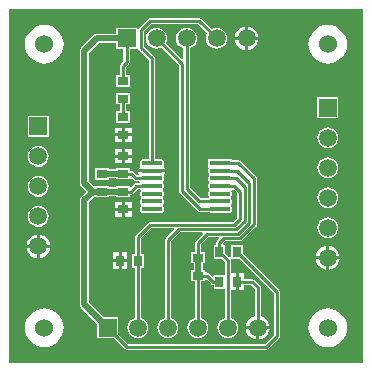
<source format=gbl>
G04*
G04 #@! TF.GenerationSoftware,Altium Limited,Altium Designer,18.0.7 (293)*
G04*
G04 Layer_Physical_Order=2*
G04 Layer_Color=16711680*
%FSLAX25Y25*%
%MOIN*%
G70*
G01*
G75*
%ADD11C,0.01000*%
%ADD15R,0.02756X0.03543*%
%ADD16R,0.03543X0.02756*%
%ADD28C,0.02000*%
%ADD29C,0.06000*%
%ADD30R,0.05906X0.05906*%
%ADD31C,0.05906*%
%ADD32R,0.05906X0.05906*%
%ADD33C,0.02400*%
%ADD34R,0.07087X0.01575*%
%ADD35O,0.07087X0.01575*%
G36*
X118110D02*
X0D01*
Y118110D01*
X118110D01*
Y0D01*
D02*
G37*
%LPC*%
G36*
X79713Y112189D02*
Y108768D01*
X83134D01*
X83064Y109300D01*
X82665Y110261D01*
X82032Y111087D01*
X81206Y111720D01*
X80244Y112119D01*
X79713Y112189D01*
D02*
G37*
G36*
X78713D02*
X78181Y112119D01*
X77219Y111720D01*
X76394Y111087D01*
X75760Y110261D01*
X75362Y109300D01*
X75292Y108768D01*
X78713D01*
Y112189D01*
D02*
G37*
G36*
X63370Y115130D02*
X47110D01*
X46720Y115052D01*
X46389Y114831D01*
X43389Y111831D01*
X43168Y111500D01*
X43165Y111486D01*
X42665Y111535D01*
Y111721D01*
X35760D01*
Y109797D01*
X29268D01*
X28682Y109681D01*
X28186Y109349D01*
X24029Y105192D01*
X23697Y104695D01*
X23581Y104110D01*
Y60110D01*
X23697Y59525D01*
X24029Y59029D01*
X25900Y57157D01*
X24115Y55373D01*
X23784Y54877D01*
X23667Y54291D01*
Y19606D01*
X23784Y19021D01*
X24115Y18525D01*
X29539Y13101D01*
Y8358D01*
X35003D01*
X38570Y4791D01*
X38901Y4570D01*
X39291Y4492D01*
X85827D01*
X86217Y4570D01*
X86548Y4791D01*
X90091Y8334D01*
X90312Y8665D01*
X90390Y9055D01*
Y23803D01*
X90312Y24193D01*
X90091Y24524D01*
X77941Y36674D01*
Y39382D01*
X74185D01*
Y35260D01*
X74185Y35260D01*
Y35260D01*
X74185Y35190D01*
X73914Y35079D01*
X73468Y35241D01*
X72035Y36674D01*
Y39382D01*
X71531D01*
X71324Y39882D01*
X72033Y40591D01*
X76974D01*
X77364Y40668D01*
X77695Y40889D01*
X82331Y45525D01*
X82552Y45856D01*
X82630Y46246D01*
Y61610D01*
X82552Y62000D01*
X82331Y62331D01*
X77209Y67453D01*
X76878Y67674D01*
X76488Y67752D01*
X74516D01*
Y68020D01*
X66429D01*
Y65445D01*
X66462D01*
X66478Y65428D01*
X66684Y64945D01*
X66504Y64676D01*
X66404Y64173D01*
X66504Y63671D01*
X66788Y63245D01*
X66864Y63194D01*
Y62593D01*
X66788Y62542D01*
X66504Y62116D01*
X66404Y61614D01*
X66504Y61112D01*
X66788Y60686D01*
X66864Y60635D01*
Y60034D01*
X66788Y59983D01*
X66504Y59557D01*
X66404Y59055D01*
X66504Y58553D01*
X66788Y58127D01*
X66864Y58076D01*
Y57475D01*
X66788Y57424D01*
X66504Y56998D01*
X66404Y56496D01*
X66504Y55994D01*
X66788Y55568D01*
X66610Y55097D01*
X66498Y54957D01*
X63827D01*
X60232Y58552D01*
Y104953D01*
X60954Y105252D01*
X61675Y105805D01*
X62229Y106526D01*
X62577Y107366D01*
X62695Y108268D01*
X62577Y109169D01*
X62229Y110009D01*
X61675Y110730D01*
X60954Y111284D01*
X60114Y111632D01*
X59213Y111750D01*
X58311Y111632D01*
X57471Y111284D01*
X56750Y110730D01*
X56197Y110009D01*
X55849Y109169D01*
X55730Y108268D01*
X55849Y107366D01*
X56197Y106526D01*
X56750Y105805D01*
X57471Y105252D01*
X58193Y104953D01*
Y101383D01*
X57731Y101191D01*
X52277Y106645D01*
X52577Y107366D01*
X52695Y108268D01*
X52577Y109169D01*
X52229Y110009D01*
X51675Y110730D01*
X50954Y111284D01*
X50114Y111632D01*
X49213Y111750D01*
X48311Y111632D01*
X47471Y111284D01*
X46750Y110730D01*
X46197Y110009D01*
X45849Y109169D01*
X45730Y108268D01*
X45849Y107366D01*
X46197Y106526D01*
X46750Y105805D01*
X47471Y105252D01*
X48311Y104904D01*
X49213Y104785D01*
X50114Y104904D01*
X50836Y105203D01*
X56693Y99345D01*
Y57508D01*
X56771Y57118D01*
X56992Y56787D01*
X63122Y50657D01*
X63452Y50436D01*
X63842Y50358D01*
X66925D01*
X67214Y50165D01*
X67716Y50065D01*
X73228D01*
X73731Y50165D01*
X74156Y50450D01*
X74441Y50876D01*
X74541Y51378D01*
X74441Y51880D01*
X74156Y52306D01*
X74081Y52357D01*
Y52958D01*
X74156Y53009D01*
X74441Y53435D01*
X74541Y53937D01*
X74441Y54439D01*
X74156Y54865D01*
X74081Y54916D01*
Y55517D01*
X74156Y55568D01*
X74441Y55994D01*
X74541Y56496D01*
X74441Y56998D01*
X74156Y57424D01*
X74325Y57868D01*
X74886Y57892D01*
X76091Y56688D01*
Y48533D01*
X74688Y47130D01*
X47110D01*
X46720Y47052D01*
X46389Y46831D01*
X42271Y42713D01*
X42050Y42382D01*
X41973Y41992D01*
Y36382D01*
X41185D01*
Y31839D01*
X41973D01*
Y15126D01*
X41251Y14827D01*
X40530Y14274D01*
X39976Y13552D01*
X39628Y12712D01*
X39510Y11811D01*
X39628Y10910D01*
X39976Y10070D01*
X40530Y9348D01*
X41251Y8795D01*
X42091Y8447D01*
X42992Y8328D01*
X43894Y8447D01*
X44733Y8795D01*
X45455Y9348D01*
X46008Y10070D01*
X46356Y10910D01*
X46475Y11811D01*
X46356Y12712D01*
X46008Y13552D01*
X45455Y14274D01*
X44733Y14827D01*
X44012Y15126D01*
Y31839D01*
X44941D01*
Y36382D01*
X44012D01*
Y41570D01*
X47533Y45091D01*
X54995D01*
X55187Y44629D01*
X52271Y41713D01*
X52050Y41382D01*
X51973Y40992D01*
Y15126D01*
X51251Y14827D01*
X50530Y14274D01*
X49976Y13552D01*
X49628Y12712D01*
X49510Y11811D01*
X49628Y10910D01*
X49976Y10070D01*
X50530Y9348D01*
X51251Y8795D01*
X52091Y8447D01*
X52992Y8328D01*
X53894Y8447D01*
X54733Y8795D01*
X55455Y9348D01*
X56008Y10070D01*
X56356Y10910D01*
X56475Y11811D01*
X56356Y12712D01*
X56008Y13552D01*
X55455Y14274D01*
X54733Y14827D01*
X54012Y15126D01*
Y40570D01*
X57033Y43591D01*
X64495D01*
X64687Y43129D01*
X62389Y40831D01*
X62168Y40500D01*
X62091Y40110D01*
Y36988D01*
X60839D01*
Y33232D01*
X61581D01*
Y31083D01*
X60839D01*
Y27327D01*
X62091D01*
Y15175D01*
X61251Y14827D01*
X60530Y14274D01*
X59976Y13552D01*
X59628Y12712D01*
X59510Y11811D01*
X59628Y10910D01*
X59976Y10070D01*
X60530Y9348D01*
X61251Y8795D01*
X62091Y8447D01*
X62992Y8328D01*
X63894Y8447D01*
X64733Y8795D01*
X65455Y9348D01*
X66008Y10070D01*
X66356Y10910D01*
X66475Y11811D01*
X66356Y12712D01*
X66008Y13552D01*
X65455Y14274D01*
X64733Y14827D01*
X64130Y15077D01*
Y27327D01*
X65382D01*
Y27690D01*
X65882Y27897D01*
X67389Y26389D01*
X67720Y26168D01*
X68110Y26091D01*
X68279D01*
Y24839D01*
X71973D01*
Y15126D01*
X71251Y14827D01*
X70530Y14274D01*
X69976Y13552D01*
X69628Y12712D01*
X69510Y11811D01*
X69628Y10910D01*
X69976Y10070D01*
X70530Y9348D01*
X71251Y8795D01*
X72091Y8447D01*
X72992Y8328D01*
X73893Y8447D01*
X74733Y8795D01*
X75455Y9348D01*
X76008Y10070D01*
X76356Y10910D01*
X76475Y11811D01*
X76356Y12712D01*
X76008Y13552D01*
X75455Y14274D01*
X74733Y14827D01*
X74012Y15126D01*
Y24339D01*
X75563D01*
Y27110D01*
Y29882D01*
X74012D01*
Y34231D01*
X74204Y34657D01*
Y34657D01*
X74204Y34657D01*
X74204D01*
X74374Y34839D01*
X74539Y34839D01*
X76893D01*
X88350Y23381D01*
Y9477D01*
X85404Y6531D01*
X39714D01*
X36445Y9800D01*
Y15264D01*
X31702D01*
X26726Y20240D01*
Y53658D01*
X28341Y55273D01*
X28839Y55279D01*
Y55279D01*
X33382D01*
Y55628D01*
X35839D01*
Y55279D01*
X40382D01*
Y56138D01*
X40622D01*
X41012Y56216D01*
X41343Y56437D01*
X42942Y58035D01*
X43663D01*
X43775Y57895D01*
X43954Y57424D01*
X43669Y56998D01*
X43569Y56496D01*
X43669Y55994D01*
X43954Y55568D01*
X44030Y55517D01*
Y54916D01*
X43954Y54865D01*
X43669Y54439D01*
X43569Y53937D01*
X43669Y53435D01*
X43954Y53009D01*
X44030Y52958D01*
Y52357D01*
X43954Y52306D01*
X43669Y51880D01*
X43569Y51378D01*
X43669Y50876D01*
X43954Y50450D01*
X44380Y50165D01*
X44882Y50065D01*
X50394D01*
X50896Y50165D01*
X51322Y50450D01*
X51606Y50876D01*
X51706Y51378D01*
X51606Y51880D01*
X51322Y52306D01*
X51246Y52357D01*
Y52958D01*
X51322Y53009D01*
X51606Y53435D01*
X51706Y53937D01*
X51606Y54439D01*
X51322Y54865D01*
X51246Y54916D01*
Y55517D01*
X51322Y55568D01*
X51606Y55994D01*
X51706Y56496D01*
X51606Y56998D01*
X51322Y57424D01*
X51246Y57475D01*
Y58076D01*
X51322Y58127D01*
X51606Y58553D01*
X51706Y59055D01*
X51606Y59557D01*
X51322Y59983D01*
X51246Y60034D01*
Y60635D01*
X51322Y60686D01*
X51606Y61112D01*
X51706Y61614D01*
X51606Y62116D01*
X51553Y62197D01*
X51662Y62871D01*
X51682Y62885D01*
X52077Y63476D01*
X52117Y63673D01*
X47638D01*
X43159D01*
X43198Y63476D01*
X43427Y63134D01*
X43208Y62724D01*
X42700Y62679D01*
X41595Y63784D01*
X41264Y64005D01*
X40874Y64083D01*
X40382D01*
Y64988D01*
X35839D01*
Y64640D01*
X33382D01*
Y64941D01*
X28839D01*
Y61185D01*
X33382D01*
Y61581D01*
X35839D01*
Y61232D01*
X40382D01*
Y61406D01*
X40882Y61613D01*
X41602Y60893D01*
X41933Y60672D01*
X42323Y60595D01*
X43416D01*
X43566Y60335D01*
X43416Y60075D01*
X42520D01*
X42129Y59997D01*
X41799Y59776D01*
X40844Y58821D01*
X40382Y59013D01*
Y59035D01*
X35839D01*
Y58687D01*
X33382D01*
Y59035D01*
X28839D01*
Y59035D01*
X28341Y59042D01*
X26640Y60744D01*
Y103477D01*
X29901Y106738D01*
X35760D01*
Y104815D01*
X38193D01*
Y100635D01*
X37389Y99831D01*
X37168Y99500D01*
X37091Y99110D01*
Y95941D01*
X35839D01*
Y92185D01*
X40382D01*
Y95941D01*
X39130D01*
Y98688D01*
X39934Y99492D01*
X40155Y99822D01*
X40232Y100213D01*
Y104815D01*
X42665D01*
Y104815D01*
X43155Y104789D01*
X43168Y104720D01*
X43389Y104389D01*
X46618Y101160D01*
Y68045D01*
X44882D01*
X44380Y67945D01*
X43954Y67660D01*
X43669Y67235D01*
X43569Y66732D01*
X43669Y66230D01*
X43723Y66150D01*
X43614Y65476D01*
X43593Y65462D01*
X43198Y64871D01*
X43159Y64673D01*
X47638D01*
X52117D01*
X52077Y64871D01*
X51682Y65462D01*
X51662Y65476D01*
X51553Y66150D01*
X51606Y66230D01*
X51706Y66732D01*
X51606Y67235D01*
X51322Y67660D01*
X50896Y67945D01*
X50394Y68045D01*
X48657D01*
Y101583D01*
X48580Y101973D01*
X48359Y102304D01*
X45130Y105533D01*
Y110688D01*
X47533Y113091D01*
X62948D01*
X66148Y109891D01*
X65849Y109169D01*
X65730Y108268D01*
X65849Y107366D01*
X66197Y106526D01*
X66750Y105805D01*
X67471Y105252D01*
X68311Y104904D01*
X69213Y104785D01*
X70114Y104904D01*
X70954Y105252D01*
X71675Y105805D01*
X72229Y106526D01*
X72576Y107366D01*
X72695Y108268D01*
X72576Y109169D01*
X72229Y110009D01*
X71675Y110730D01*
X70954Y111284D01*
X70114Y111632D01*
X69213Y111750D01*
X68311Y111632D01*
X67590Y111333D01*
X64091Y114831D01*
X63760Y115052D01*
X63370Y115130D01*
D02*
G37*
G36*
X83134Y107768D02*
X79713D01*
Y104347D01*
X80244Y104417D01*
X81206Y104815D01*
X82032Y105449D01*
X82665Y106274D01*
X83064Y107236D01*
X83134Y107768D01*
D02*
G37*
G36*
X78713D02*
X75292D01*
X75362Y107236D01*
X75760Y106274D01*
X76394Y105449D01*
X77219Y104815D01*
X78181Y104417D01*
X78713Y104347D01*
Y107768D01*
D02*
G37*
G36*
X106299Y112736D02*
X105043Y112612D01*
X103836Y112246D01*
X102723Y111651D01*
X101748Y110851D01*
X100947Y109875D01*
X100353Y108762D01*
X99986Y107555D01*
X99863Y106299D01*
X99986Y105043D01*
X100353Y103836D01*
X100947Y102723D01*
X101748Y101748D01*
X102723Y100947D01*
X103836Y100353D01*
X105043Y99986D01*
X106299Y99863D01*
X107555Y99986D01*
X108762Y100353D01*
X109875Y100947D01*
X110851Y101748D01*
X111651Y102723D01*
X112246Y103836D01*
X112612Y105043D01*
X112736Y106299D01*
X112612Y107555D01*
X112246Y108762D01*
X111651Y109875D01*
X110851Y110851D01*
X109875Y111651D01*
X108762Y112246D01*
X107555Y112612D01*
X106299Y112736D01*
D02*
G37*
G36*
X11811D02*
X10555Y112612D01*
X9348Y112246D01*
X8235Y111651D01*
X7260Y110851D01*
X6459Y109875D01*
X5864Y108762D01*
X5498Y107555D01*
X5375Y106299D01*
X5498Y105043D01*
X5864Y103836D01*
X6459Y102723D01*
X7260Y101748D01*
X8235Y100947D01*
X9348Y100353D01*
X10555Y99986D01*
X11811Y99863D01*
X13067Y99986D01*
X14274Y100353D01*
X15387Y100947D01*
X16362Y101748D01*
X17163Y102723D01*
X17758Y103836D01*
X18124Y105043D01*
X18248Y106299D01*
X18124Y107555D01*
X17758Y108762D01*
X17163Y109875D01*
X16362Y110851D01*
X15387Y111651D01*
X14274Y112246D01*
X13067Y112612D01*
X11811Y112736D01*
D02*
G37*
G36*
X109752Y88571D02*
X102847D01*
Y81665D01*
X109752D01*
Y88571D01*
D02*
G37*
G36*
X40382Y90035D02*
X35839D01*
Y86279D01*
X37091D01*
Y83941D01*
X35839D01*
Y80185D01*
X40382D01*
Y83941D01*
X39130D01*
Y86279D01*
X40382D01*
Y90035D01*
D02*
G37*
G36*
X40882Y78535D02*
X38610D01*
Y76657D01*
X40882D01*
Y78535D01*
D02*
G37*
G36*
X37610D02*
X35339D01*
Y76657D01*
X37610D01*
Y78535D01*
D02*
G37*
G36*
X13295Y82350D02*
X6390D01*
Y75445D01*
X13295D01*
Y82350D01*
D02*
G37*
G36*
X40882Y75657D02*
X38610D01*
Y73779D01*
X40882D01*
Y75657D01*
D02*
G37*
G36*
X37610D02*
X35339D01*
Y73779D01*
X37610D01*
Y75657D01*
D02*
G37*
G36*
X106299Y78601D02*
X105398Y78482D01*
X104558Y78134D01*
X103837Y77581D01*
X103283Y76859D01*
X102935Y76020D01*
X102817Y75118D01*
X102935Y74217D01*
X103283Y73377D01*
X103837Y72656D01*
X104558Y72102D01*
X105398Y71754D01*
X106299Y71636D01*
X107201Y71754D01*
X108040Y72102D01*
X108762Y72656D01*
X109315Y73377D01*
X109663Y74217D01*
X109782Y75118D01*
X109663Y76020D01*
X109315Y76859D01*
X108762Y77581D01*
X108040Y78134D01*
X107201Y78482D01*
X106299Y78601D01*
D02*
G37*
G36*
X40882Y71394D02*
X38610D01*
Y69516D01*
X40882D01*
Y71394D01*
D02*
G37*
G36*
X37610D02*
X35339D01*
Y69516D01*
X37610D01*
Y71394D01*
D02*
G37*
G36*
X40882Y68516D02*
X38610D01*
Y66638D01*
X40882D01*
Y68516D01*
D02*
G37*
G36*
X37610D02*
X35339D01*
Y66638D01*
X37610D01*
Y68516D01*
D02*
G37*
G36*
X9843Y72380D02*
X8941Y72262D01*
X8101Y71914D01*
X7380Y71360D01*
X6827Y70639D01*
X6479Y69799D01*
X6360Y68898D01*
X6479Y67996D01*
X6827Y67156D01*
X7380Y66435D01*
X8101Y65882D01*
X8941Y65534D01*
X9843Y65415D01*
X10744Y65534D01*
X11584Y65882D01*
X12305Y66435D01*
X12858Y67156D01*
X13206Y67996D01*
X13325Y68898D01*
X13206Y69799D01*
X12858Y70639D01*
X12305Y71360D01*
X11584Y71914D01*
X10744Y72262D01*
X9843Y72380D01*
D02*
G37*
G36*
X106299Y68601D02*
X105398Y68482D01*
X104558Y68134D01*
X103837Y67581D01*
X103283Y66859D01*
X102935Y66019D01*
X102817Y65118D01*
X102935Y64217D01*
X103283Y63377D01*
X103837Y62656D01*
X104558Y62102D01*
X105398Y61754D01*
X106299Y61636D01*
X107201Y61754D01*
X108040Y62102D01*
X108762Y62656D01*
X109315Y63377D01*
X109663Y64217D01*
X109782Y65118D01*
X109663Y66019D01*
X109315Y66859D01*
X108762Y67581D01*
X108040Y68134D01*
X107201Y68482D01*
X106299Y68601D01*
D02*
G37*
G36*
X9843Y62380D02*
X8941Y62261D01*
X8101Y61914D01*
X7380Y61360D01*
X6827Y60639D01*
X6479Y59799D01*
X6360Y58898D01*
X6479Y57996D01*
X6827Y57156D01*
X7380Y56435D01*
X8101Y55882D01*
X8941Y55534D01*
X9843Y55415D01*
X10744Y55534D01*
X11584Y55882D01*
X12305Y56435D01*
X12858Y57156D01*
X13206Y57996D01*
X13325Y58898D01*
X13206Y59799D01*
X12858Y60639D01*
X12305Y61360D01*
X11584Y61914D01*
X10744Y62261D01*
X9843Y62380D01*
D02*
G37*
G36*
X40882Y53630D02*
X38610D01*
Y51752D01*
X40882D01*
Y53630D01*
D02*
G37*
G36*
X37610D02*
X35339D01*
Y51752D01*
X37610D01*
Y53630D01*
D02*
G37*
G36*
X106299Y58601D02*
X105398Y58482D01*
X104558Y58134D01*
X103837Y57581D01*
X103283Y56859D01*
X102935Y56020D01*
X102817Y55118D01*
X102935Y54217D01*
X103283Y53377D01*
X103837Y52656D01*
X104558Y52102D01*
X105398Y51754D01*
X106299Y51636D01*
X107201Y51754D01*
X108040Y52102D01*
X108762Y52656D01*
X109315Y53377D01*
X109663Y54217D01*
X109782Y55118D01*
X109663Y56020D01*
X109315Y56859D01*
X108762Y57581D01*
X108040Y58134D01*
X107201Y58482D01*
X106299Y58601D01*
D02*
G37*
G36*
X40882Y50752D02*
X38610D01*
Y48874D01*
X40882D01*
Y50752D01*
D02*
G37*
G36*
X37610D02*
X35339D01*
Y48874D01*
X37610D01*
Y50752D01*
D02*
G37*
G36*
X9843Y52380D02*
X8941Y52262D01*
X8101Y51914D01*
X7380Y51360D01*
X6827Y50639D01*
X6479Y49799D01*
X6360Y48898D01*
X6479Y47996D01*
X6827Y47156D01*
X7380Y46435D01*
X8101Y45882D01*
X8941Y45534D01*
X9843Y45415D01*
X10744Y45534D01*
X11584Y45882D01*
X12305Y46435D01*
X12858Y47156D01*
X13206Y47996D01*
X13325Y48898D01*
X13206Y49799D01*
X12858Y50639D01*
X12305Y51360D01*
X11584Y51914D01*
X10744Y52262D01*
X9843Y52380D01*
D02*
G37*
G36*
X106299Y48601D02*
X105398Y48482D01*
X104558Y48134D01*
X103837Y47581D01*
X103283Y46859D01*
X102935Y46020D01*
X102817Y45118D01*
X102935Y44217D01*
X103283Y43377D01*
X103837Y42656D01*
X104558Y42102D01*
X105398Y41754D01*
X106299Y41636D01*
X107201Y41754D01*
X108040Y42102D01*
X108762Y42656D01*
X109315Y43377D01*
X109663Y44217D01*
X109782Y45118D01*
X109663Y46020D01*
X109315Y46859D01*
X108762Y47581D01*
X108040Y48134D01*
X107201Y48482D01*
X106299Y48601D01*
D02*
G37*
G36*
X10343Y42819D02*
Y39398D01*
X13764D01*
X13693Y39930D01*
X13295Y40891D01*
X12662Y41717D01*
X11836Y42350D01*
X10874Y42749D01*
X10343Y42819D01*
D02*
G37*
G36*
X9342D02*
X8811Y42749D01*
X7849Y42350D01*
X7023Y41717D01*
X6390Y40891D01*
X5991Y39930D01*
X5922Y39398D01*
X9342D01*
Y42819D01*
D02*
G37*
G36*
X106799Y39039D02*
Y35618D01*
X110220D01*
X110150Y36150D01*
X109752Y37111D01*
X109118Y37937D01*
X108293Y38571D01*
X107331Y38969D01*
X106799Y39039D01*
D02*
G37*
G36*
X105799D02*
X105267Y38969D01*
X104306Y38571D01*
X103480Y37937D01*
X102847Y37111D01*
X102448Y36150D01*
X102378Y35618D01*
X105799D01*
Y39039D01*
D02*
G37*
G36*
X13764Y38398D02*
X10343D01*
Y34977D01*
X10874Y35047D01*
X11836Y35445D01*
X12662Y36079D01*
X13295Y36904D01*
X13693Y37866D01*
X13764Y38398D01*
D02*
G37*
G36*
X9342D02*
X5922D01*
X5991Y37866D01*
X6390Y36904D01*
X7023Y36079D01*
X7849Y35445D01*
X8811Y35047D01*
X9342Y34977D01*
Y38398D01*
D02*
G37*
G36*
X39535Y36882D02*
X37657D01*
Y34610D01*
X39535D01*
Y36882D01*
D02*
G37*
G36*
X36658D02*
X34780D01*
Y34610D01*
X36658D01*
Y36882D01*
D02*
G37*
G36*
X39535Y33610D02*
X37657D01*
Y31339D01*
X39535D01*
Y33610D01*
D02*
G37*
G36*
X36658D02*
X34780D01*
Y31339D01*
X36658D01*
Y33610D01*
D02*
G37*
G36*
X110220Y34618D02*
X106799D01*
Y31197D01*
X107331Y31267D01*
X108293Y31665D01*
X109118Y32299D01*
X109752Y33125D01*
X110150Y34086D01*
X110220Y34618D01*
D02*
G37*
G36*
X105799D02*
X102378D01*
X102448Y34086D01*
X102847Y33125D01*
X103480Y32299D01*
X104306Y31665D01*
X105267Y31267D01*
X105799Y31197D01*
Y34618D01*
D02*
G37*
G36*
X78441Y29882D02*
X76563D01*
Y27110D01*
Y24339D01*
X78441D01*
Y26091D01*
X80688D01*
X81972Y24806D01*
Y15664D01*
X81960Y15662D01*
X80999Y15264D01*
X80173Y14630D01*
X79539Y13804D01*
X79141Y12843D01*
X79071Y12311D01*
X86913D01*
X86843Y12843D01*
X86445Y13804D01*
X85811Y14630D01*
X84986Y15264D01*
X84024Y15662D01*
X84012Y15664D01*
Y25228D01*
X83934Y25618D01*
X83713Y25949D01*
X81831Y27831D01*
X81500Y28052D01*
X81110Y28130D01*
X78441D01*
Y29882D01*
D02*
G37*
G36*
X86913Y11311D02*
X83492D01*
Y7890D01*
X84024Y7960D01*
X84986Y8358D01*
X85811Y8992D01*
X86445Y9818D01*
X86843Y10779D01*
X86913Y11311D01*
D02*
G37*
G36*
X82492D02*
X79071D01*
X79141Y10779D01*
X79539Y9818D01*
X80173Y8992D01*
X80999Y8358D01*
X81960Y7960D01*
X82492Y7890D01*
Y11311D01*
D02*
G37*
G36*
X106299Y18248D02*
X105043Y18124D01*
X103836Y17758D01*
X102723Y17163D01*
X101748Y16362D01*
X100947Y15387D01*
X100353Y14274D01*
X99986Y13067D01*
X99863Y11811D01*
X99986Y10555D01*
X100353Y9348D01*
X100947Y8235D01*
X101748Y7260D01*
X102723Y6459D01*
X103836Y5864D01*
X105043Y5498D01*
X106299Y5375D01*
X107555Y5498D01*
X108762Y5864D01*
X109875Y6459D01*
X110851Y7260D01*
X111651Y8235D01*
X112246Y9348D01*
X112612Y10555D01*
X112736Y11811D01*
X112612Y13067D01*
X112246Y14274D01*
X111651Y15387D01*
X110851Y16362D01*
X109875Y17163D01*
X108762Y17758D01*
X107555Y18124D01*
X106299Y18248D01*
D02*
G37*
G36*
X11811D02*
X10555Y18124D01*
X9348Y17758D01*
X8235Y17163D01*
X7260Y16362D01*
X6459Y15387D01*
X5864Y14274D01*
X5498Y13067D01*
X5375Y11811D01*
X5498Y10555D01*
X5864Y9348D01*
X6459Y8235D01*
X7260Y7260D01*
X8235Y6459D01*
X9348Y5864D01*
X10555Y5498D01*
X11811Y5375D01*
X13067Y5498D01*
X14274Y5864D01*
X15387Y6459D01*
X16362Y7260D01*
X17163Y8235D01*
X17758Y9348D01*
X18124Y10555D01*
X18248Y11811D01*
X18124Y13067D01*
X17758Y14274D01*
X17163Y15387D01*
X16362Y16362D01*
X15387Y17163D01*
X14274Y17758D01*
X13067Y18124D01*
X11811Y18248D01*
D02*
G37*
%LPD*%
G36*
X70187Y41629D02*
X69437Y40878D01*
X69216Y40548D01*
X69138Y40157D01*
Y39382D01*
X68279D01*
Y34839D01*
X70987D01*
X71973Y33853D01*
Y29382D01*
X68279D01*
Y29036D01*
X67818Y28845D01*
X66737Y29926D01*
X66406Y30147D01*
X66016Y30224D01*
X65382D01*
Y31083D01*
X64640D01*
Y33232D01*
X65382D01*
Y36988D01*
X64130D01*
Y39688D01*
X66533Y42091D01*
X69995D01*
X70187Y41629D01*
D02*
G37*
D11*
X76063Y37110D02*
X89370Y23803D01*
Y9055D02*
Y23803D01*
X85827Y5512D02*
X89370Y9055D01*
X39291Y5512D02*
X85827D01*
X32992Y11811D02*
X39291Y5512D01*
X71610Y41610D02*
X76974D01*
X66110Y43110D02*
X76353D01*
X56610Y44610D02*
X75732D01*
X47110Y46110D02*
X75110D01*
X70157Y40157D02*
X71610Y41610D01*
X63110Y40110D02*
X66110Y43110D01*
X52992Y40992D02*
X56610Y44610D01*
X42992Y41992D02*
X47110Y46110D01*
X70157Y37110D02*
X72992Y34276D01*
Y11811D02*
Y34276D01*
X81110Y27110D02*
X82992Y25228D01*
X76063Y27110D02*
X81110D01*
X82992Y11811D02*
Y25228D01*
X62992Y11811D02*
X63110Y11929D01*
Y29205D01*
X52992Y11811D02*
Y40992D01*
X78610Y47489D02*
Y58610D01*
X75732Y44610D02*
X78610Y47489D01*
X75606Y61614D02*
X78610Y58610D01*
X70472Y61614D02*
X75606D01*
X42992Y11811D02*
Y41992D01*
X77110Y48110D02*
Y57110D01*
X75110Y46110D02*
X77110Y48110D01*
X75165Y59055D02*
X77110Y57110D01*
X70472Y59055D02*
X75165D01*
X38110Y57157D02*
X40622D01*
X42520Y59055D01*
X47638D01*
X42323Y61614D02*
X47638D01*
X40874Y63063D02*
X42323Y61614D01*
X38157Y63063D02*
X40874D01*
X44110Y105110D02*
X47638Y101583D01*
X44110Y105110D02*
Y111110D01*
X47110Y114110D01*
X47638Y66732D02*
Y101583D01*
X47110Y114110D02*
X63370D01*
X69213Y108268D01*
X57713Y57508D02*
Y99768D01*
X49213Y108268D02*
X57713Y99768D01*
Y57508D02*
X63842Y51378D01*
X70472D01*
X59213Y58129D02*
Y108268D01*
Y58129D02*
X63405Y53937D01*
X70472D01*
X63110Y35110D02*
Y40110D01*
X80110Y46868D02*
Y60110D01*
X76353Y43110D02*
X80110Y46868D01*
X76047Y64173D02*
X80110Y60110D01*
X70472Y64173D02*
X76047D01*
X70157Y37110D02*
Y40157D01*
X76974Y41610D02*
X81610Y46246D01*
X70472Y66732D02*
X76488D01*
X81610Y46246D02*
Y61610D01*
X76488Y66732D02*
X81610Y61610D01*
X68110Y27110D02*
X70157D01*
X63110Y29205D02*
X66016D01*
X68110Y27110D01*
X38110Y82063D02*
X38110Y82063D01*
X38110Y82063D02*
Y88157D01*
Y94063D02*
Y99110D01*
X39213Y100213D01*
Y108268D01*
X38110Y63110D02*
X38157Y63063D01*
D15*
X70157Y37110D02*
D03*
X76063D02*
D03*
X76063Y27110D02*
D03*
X70157D02*
D03*
X37157Y34110D02*
D03*
X43063D02*
D03*
D16*
X63110Y35110D02*
D03*
Y29205D02*
D03*
X38110Y69016D02*
D03*
Y63110D02*
D03*
Y51252D02*
D03*
Y57157D02*
D03*
X38110Y88157D02*
D03*
Y94063D02*
D03*
X31110Y57157D02*
D03*
Y63063D02*
D03*
X38110Y76157D02*
D03*
Y82063D02*
D03*
D28*
X63110Y29205D02*
Y35110D01*
X25197Y19606D02*
Y54291D01*
X28063Y57157D01*
X25197Y19606D02*
X32992Y11811D01*
X25110Y60110D02*
X28063Y57157D01*
X25110Y104110D02*
X29268Y108268D01*
X25110Y60110D02*
Y104110D01*
X28063Y57157D02*
X31110D01*
X29268Y108268D02*
X39213D01*
X31110Y63063D02*
X31157Y63110D01*
X38110D01*
X31110Y57157D02*
X38110D01*
D29*
X11811Y106299D02*
D03*
X106299D02*
D03*
Y11811D02*
D03*
X11811D02*
D03*
D30*
X39213Y108268D02*
D03*
X32992Y11811D02*
D03*
D31*
X49213Y108268D02*
D03*
X59213D02*
D03*
X69213D02*
D03*
X79213D02*
D03*
X42992Y11811D02*
D03*
X52992D02*
D03*
X62992D02*
D03*
X72992D02*
D03*
X82992D02*
D03*
X106299Y35118D02*
D03*
Y45118D02*
D03*
Y55118D02*
D03*
Y65118D02*
D03*
Y75118D02*
D03*
X9843Y38898D02*
D03*
Y48898D02*
D03*
Y58898D02*
D03*
Y68898D02*
D03*
D32*
X106299Y85118D02*
D03*
X9843Y78898D02*
D03*
D33*
X43307Y88583D02*
D03*
X31496Y35433D02*
D03*
Y51181D02*
D03*
X84646Y86614D02*
D03*
X66929D02*
D03*
X70866Y74803D02*
D03*
X29528D02*
D03*
D34*
X70472Y66732D02*
D03*
D35*
Y64173D02*
D03*
Y61614D02*
D03*
Y59055D02*
D03*
Y56496D02*
D03*
Y53937D02*
D03*
Y51378D02*
D03*
X47638Y66732D02*
D03*
Y64173D02*
D03*
Y61614D02*
D03*
Y59055D02*
D03*
Y56496D02*
D03*
Y53937D02*
D03*
Y51378D02*
D03*
M02*

</source>
